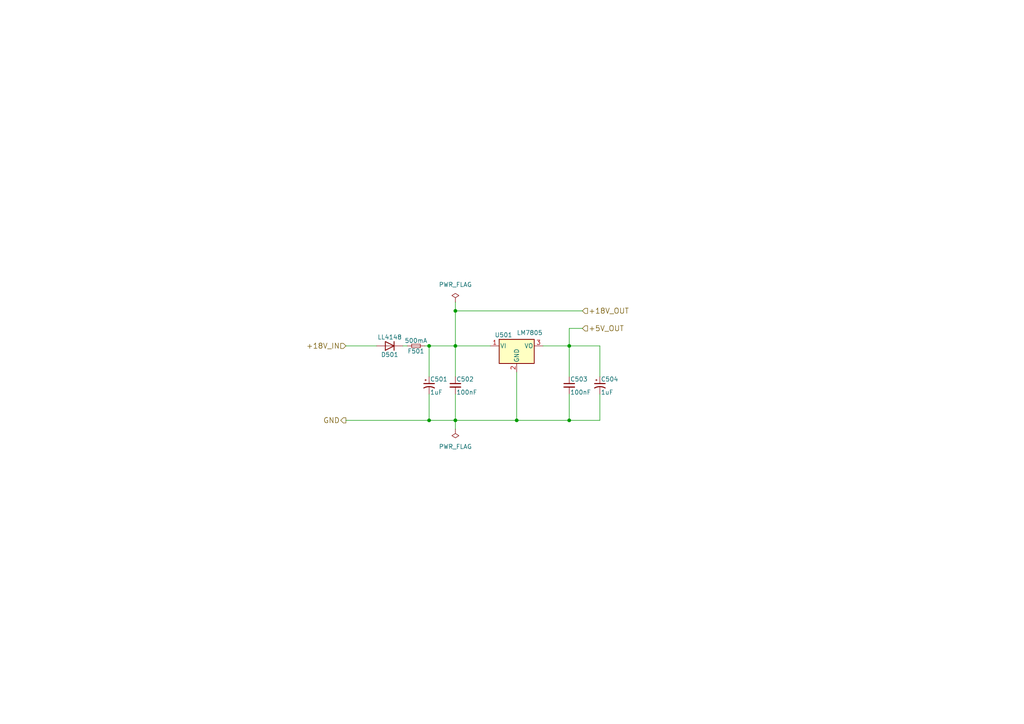
<source format=kicad_sch>
(kicad_sch (version 20231120) (generator "eeschema") (generator_version "8.0")
  (paper "A4")
  (lib_symbols
    (symbol "Device:C_Small" (pin_numbers hide) (pin_names (offset 0.254) hide)
      (property "Reference" "C" (at 0.254 1.778 0))
      (property "Value" "C_Small" (at 0.254 -2.032 0))
      (symbol "C_Small_0_1"
        (polyline (pts (xy -1.524 -0.508) (xy 1.524 -0.508)) (stroke (width 0.3302)))
        (polyline (pts (xy -1.524 0.508) (xy 1.524 0.508)) (stroke (width 0.3048)))
      )
      (symbol "C_Small_1_1"
        (pin passive line (at 0 2.54 270) (length 2.032) (name "~") (number "1"))
        (pin passive line (at 0 -2.54 90) (length 2.032) (name "~") (number "2"))
      )
    )
    (symbol "Device:Fuse_Small" (pin_numbers hide) (pin_names (offset 0.254) hide)
      (property "Reference" "F" (at 0 -1.524 0))
      (property "Value" "Fuse_Small" (at 0 1.524 0))
      (symbol "Fuse_Small_0_1"
        (rectangle (start -1.27 0.508) (end 1.27 -0.508))
        (polyline (pts (xy -1.27 0) (xy 1.27 0)))
      )
      (symbol "Fuse_Small_1_1"
        (pin passive line (at -2.54 0 0) (length 1.27) (name "~") (number "1"))
        (pin passive line (at 2.54 0 180) (length 1.27) (name "~") (number "2"))
      )
    )
    (symbol "Diode:LL4148" (pin_numbers hide) (pin_names hide)
      (property "Reference" "D" (at 0 2.54 0))
      (property "Value" "LL4148" (at 0 -2.54 0))
      (symbol "LL4148_0_1"
        (polyline (pts (xy -1.27 1.27) (xy -1.27 -1.27)) (stroke (width 0.254)))
        (polyline (pts (xy 1.27 0) (xy -1.27 0)))
        (polyline (pts (xy 1.27 1.27) (xy 1.27 -1.27) (xy -1.27 0) (xy 1.27 1.27)) (stroke (width 0.254)))
      )
      (symbol "LL4148_1_1"
        (pin passive line (at -3.81 0 0) (length 2.54) (name "K") (number "1"))
        (pin passive line (at 3.81 0 180) (length 2.54) (name "A") (number "2"))
      )
    )
    (symbol "Regulator_Linear:LM7805_TO220" (pin_names (offset 0.254))
      (property "Reference" "U" (at -3.81 3.175 0))
      (property "Value" "LM7805_TO220" (at 0 3.175 0))
      (symbol "LM7805_TO220_0_1"
        (rectangle (start -5.08 1.905) (end 5.08 -5.08) (stroke (width 0.254)) (fill (type background)))
      )
      (symbol "LM7805_TO220_1_1"
        (pin power_in line (at -7.62 0 0) (length 2.54) (name "VI") (number "1"))
        (pin power_in line (at 0 -7.62 90) (length 2.54) (name "GND") (number "2"))
        (pin power_out line (at 7.62 0 180) (length 2.54) (name "VO") (number "3"))
      )
    )
    (symbol "basicsensormodule-rescue:CP1_Small-Device" (pin_numbers hide) (pin_names (offset 0.254) hide)
      (property "Reference" "C" (at 0.254 1.778 0))
      (property "Value" "Device_CP1_Small" (at 0.254 -2.032 0))
      (symbol "CP1_Small-Device_0_1"
        (polyline (pts (xy -1.524 0.508) (xy 1.524 0.508)) (stroke (width 0.3048)))
        (polyline (pts (xy -1.27 1.524) (xy -0.762 1.524)))
        (polyline (pts (xy -1.016 1.27) (xy -1.016 1.778)))
        (arc (start 1.524 -0.762) (mid 0 -0.3734) (end -1.524 -0.762) (stroke (width 0.3048)))
      )
      (symbol "CP1_Small-Device_1_1"
        (pin passive line (at 0 2.54 270) (length 2.032) (name "~") (number "1"))
        (pin passive line (at 0 -2.54 90) (length 2.032) (name "~") (number "2"))
      )
    )
    (symbol "basicsensormodule-rescue:PWR_FLAG-power" (power) (pin_numbers hide) (pin_names (offset 0) hide)
      (property "Value" "power_PWR_FLAG" (at 0 3.81 0))
      (symbol "PWR_FLAG-power_0_0"
        (pin power_out line (at 0 0 90) (length 0) (name "pwr") (number "1"))
      )
      (symbol "PWR_FLAG-power_0_1"
        (polyline (pts (xy 0 0) (xy 0 1.27) (xy -1.016 1.905) (xy 0 2.54) (xy 1.016 1.905) (xy 0 1.27)))
      )
    )
  )
  (junction (at 132.08 100.33))
  (junction (at 149.86 121.92))
  (junction (at 132.08 90.17))
  (junction (at 165.1 100.33))
  (junction (at 132.08 121.92))
  (junction (at 124.46 121.92))
  (junction (at 124.46 100.33))
  (junction (at 165.1 121.92))
  (wire (pts (xy 124.46 121.92) (xy 132.08 121.92)))
  (wire (pts (xy 157.48 100.33) (xy 165.1 100.33)))
  (wire (pts (xy 124.46 100.33) (xy 124.46 109.22)))
  (wire (pts (xy 132.08 100.33) (xy 132.08 109.22)))
  (wire (pts (xy 165.1 100.33) (xy 165.1 109.22)))
  (wire (pts (xy 124.46 100.33) (xy 132.08 100.33)))
  (wire (pts (xy 149.86 121.92) (xy 165.1 121.92)))
  (wire (pts (xy 116.84 100.33) (xy 118.11 100.33)))
  (wire (pts (xy 132.08 121.92) (xy 149.86 121.92)))
  (wire (pts (xy 165.1 100.33) (xy 173.99 100.33)))
  (wire (pts (xy 132.08 87.63) (xy 132.08 90.17)))
  (wire (pts (xy 132.08 121.92) (xy 132.08 124.46)))
  (wire (pts (xy 132.08 90.17) (xy 168.91 90.17)))
  (wire (pts (xy 165.1 121.92) (xy 173.99 121.92)))
  (wire (pts (xy 165.1 95.25) (xy 165.1 100.33)))
  (wire (pts (xy 123.19 100.33) (xy 124.46 100.33)))
  (wire (pts (xy 165.1 121.92) (xy 165.1 114.3)))
  (wire (pts (xy 100.33 121.92) (xy 124.46 121.92)))
  (wire (pts (xy 124.46 121.92) (xy 124.46 114.3)))
  (wire (pts (xy 132.08 100.33) (xy 142.24 100.33)))
  (wire (pts (xy 109.22 100.33) (xy 100.33 100.33)))
  (wire (pts (xy 132.08 114.3) (xy 132.08 121.92)))
  (wire (pts (xy 149.86 121.92) (xy 149.86 107.95)))
  (wire (pts (xy 168.91 95.25) (xy 165.1 95.25)))
  (wire (pts (xy 173.99 121.92) (xy 173.99 114.3)))
  (wire (pts (xy 173.99 100.33) (xy 173.99 109.22)))
  (wire (pts (xy 132.08 90.17) (xy 132.08 100.33)))
  (hierarchical_label "+18V_IN" (shape input) (at 100.33 100.33 180) (effects (font (size 1.524 1.524))))
  (hierarchical_label "GND" (shape output) (at 100.33 121.92 180) (effects (font (size 1.524 1.524))))
  (hierarchical_label "+5V_OUT" (shape input) (at 168.91 95.25 0) (effects (font (size 1.524 1.524))))
  (hierarchical_label "+18V_OUT" (shape input) (at 168.91 90.17 0) (effects (font (size 1.524 1.524))))
  (symbol (lib_id "Regulator_Linear:LM7805_TO220") (at 149.86 100.33 0) (unit 1)
    (property "Reference" "U501" (at 146.05 97.155 0))
    (property "Value" "LM7805" (at 149.86 96.52 0) (effects (justify left)))
    (property "Footprint" "KicadZeniteSolarLibrary18:TO-220-3_Horizontal_TabDown_SMD" (effects (hide yes)))
    (property "Datasheet" "https://www.sparkfun.com/datasheets/Components/LM7805.pdf" (effects (hide yes)))
  )
  (symbol (lib_id "basicsensormodule-rescue:CP1_Small-Device") (at 124.46 111.76 0) (unit 1)
    (property "Reference" "C501" (at 124.714 109.982 0) (effects (justify left)))
    (property "Value" "1uF" (at 124.714 113.792 0) (effects (justify left)))
    (property "Footprint" "Capacitor_Tantalum_SMD:CP_EIA-6032-20_AVX-F_Pad2.25x2.35mm_HandSolder" (effects (hide yes)))
  )
  (symbol (lib_id "Device:C_Small") (at 132.08 111.76 0) (unit 1)
    (property "Reference" "C502" (at 132.334 109.982 0) (effects (justify left)))
    (property "Value" "100nF" (at 132.334 113.792 0) (effects (justify left)))
    (property "Footprint" "Capacitor_SMD:C_0805_2012Metric_Pad1.15x1.40mm_HandSolder" (effects (hide yes)))
  )
  (symbol (lib_id "Diode:LL4148") (at 113.03 100.33 180) (unit 1)
    (property "Reference" "D501" (at 113.03 102.87 0))
    (property "Value" "LL4148" (at 113.03 97.79 0))
    (property "Footprint" "Diode_SMD:D_MiniMELF_Handsoldering" (effects (hide yes)))
    (property "Datasheet" "https://www.vishay.com/docs/85557/ll4148.pdf" (effects (hide yes)))
  )
  (symbol (lib_id "Device:C_Small") (at 165.1 111.76 0) (unit 1)
    (property "Reference" "C503" (at 165.354 109.982 0) (effects (justify left)))
    (property "Value" "100nF" (at 165.354 113.792 0) (effects (justify left)))
    (property "Footprint" "Capacitor_SMD:C_0805_2012Metric_Pad1.15x1.40mm_HandSolder" (effects (hide yes)))
  )
  (symbol (lib_id "basicsensormodule-rescue:CP1_Small-Device") (at 173.99 111.76 0) (unit 1)
    (property "Reference" "C504" (at 174.244 109.982 0) (effects (justify left)))
    (property "Value" "1uF" (at 174.244 113.792 0) (effects (justify left)))
    (property "Footprint" "Capacitor_Tantalum_SMD:CP_EIA-6032-20_AVX-F_Pad2.25x2.35mm_HandSolder" (effects (hide yes)))
  )
  (symbol (lib_id "Device:Fuse_Small") (at 120.65 100.33 0) (unit 1)
    (property "Reference" "F501" (at 120.65 101.854 0))
    (property "Value" "500mA" (at 120.65 98.806 0))
    (property "Footprint" "Fuse:Fuse_1206_3216Metric_Pad1.42x1.75mm_HandSolder" (effects (hide yes)))
    (property "Datasheet" "https://www.mouser.com/datasheet/2/643/0ZCJ_Nov2016-1132002.pdf" (effects (hide yes)))
  )
  (symbol (lib_id "basicsensormodule-rescue:PWR_FLAG-power") (at 132.08 87.63 0) (unit 1)
    (property "Reference" "#FLG0501" (effects (hide yes)))
    (property "Value" "PWR_FLAG" (at 132.08 82.55 0))
  )
  (symbol (lib_id "basicsensormodule-rescue:PWR_FLAG-power") (at 132.08 124.46 180) (unit 1)
    (property "Reference" "#FLG0502" (effects (hide yes)))
    (property "Value" "PWR_FLAG" (at 132.08 129.54 0))
  )
)
</source>
